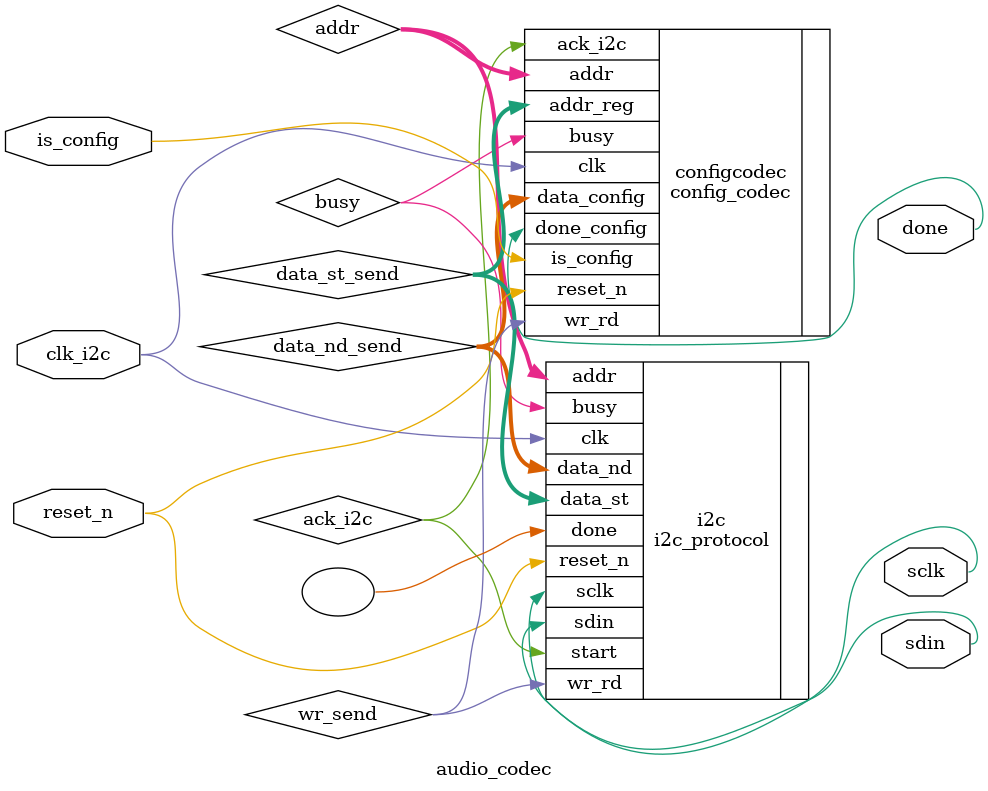
<source format=sv>
module audio_codec (
   input  logic clk_i2c    ,
   input  logic reset_n    ,
   input  logic is_config  ,
   
   output       sclk       ,
   output       sdin       ,
   output logic done
);

   logic       busy     ,
               ack_i2c  ,
               wr_send  ;
   logic [6:0] addr;
   logic [7:0] data_st_send,
               data_nd_send;

   config_codec configcodec (
      .clk           (clk_i2c)      ,
      .reset_n       (reset_n)      ,
      .is_config     (is_config)    ,
      .busy          (busy)         ,
      .done_config   (done)         ,
      .ack_i2c       (ack_i2c)      ,
      .addr          (addr)         ,
      .wr_rd         (wr_send)      ,
      .addr_reg      (data_st_send) ,
      .data_config   (data_nd_send)
   );

   i2c_protocol i2c (
      .clk     (clk_i2c)      ,
      .reset_n (reset_n)      ,
      .start   (ack_i2c)      ,
      .addr    (addr)         ,
      .wr_rd   (wr_send)      ,
      .data_st (data_st_send) ,
      .data_nd (data_nd_send) ,
      .busy    (busy)         ,
      .done    ()             ,
      .sclk    (sclk)         ,
      .sdin    (sdin)
   );

endmodule 
</source>
